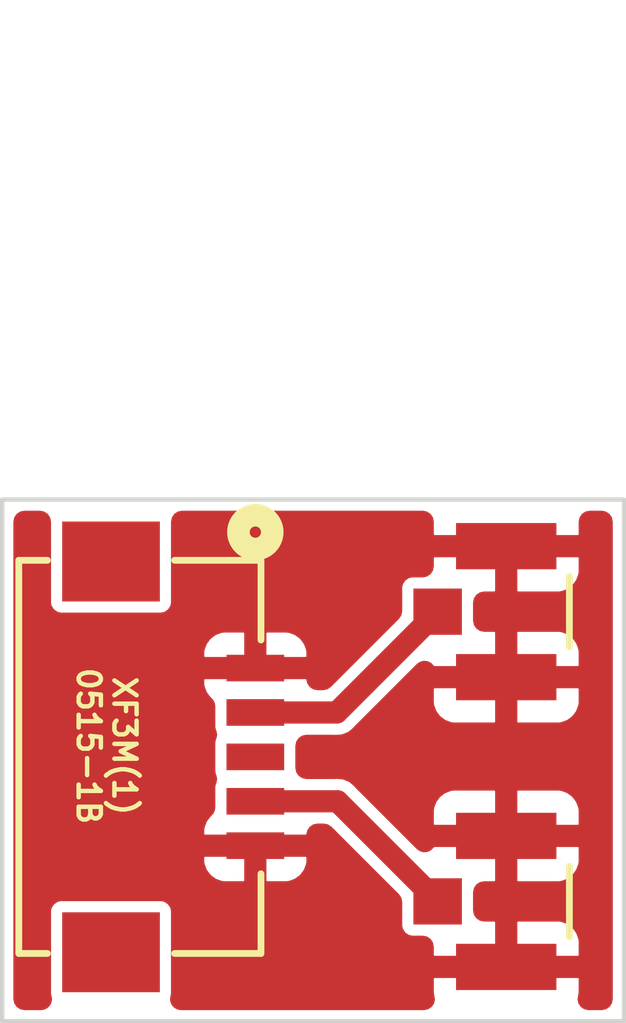
<source format=kicad_pcb>
(kicad_pcb (version 20221018) (generator pcbnew)
  (layers (0 "F.Cu" signal) (31 "B.Cu" signal) (34 "B.Paste" user) (35 "F.Paste" user) (36 "B.SilkS" user "B.Silkscreen") (37 "F.SilkS" user "F.Silkscreen") (38 "B.Mask" user) (39 "F.Mask" user) (44 "Edge.Cuts" user))
  (net 0 "")
  (net 1 "/SIG1")
  (net 2 "/GND")
  (footprint "Library:CONN_XF3M1-0515-1B_OMR" (layer "F.Cu") (at 135.549994 72.5288 -90)
    (fp_text reference "J1" hide)
    (fp_text value "XF3M10515-1B" hide)
    (fp_line (start -6.427002 -0.127) (end -6.427002 1.817261) (stroke (width 0.1524)) (layer "F.SilkS"))
    (fp_line (start -6.427002 4.682741) (end -6.427002 5.327) (stroke (width 0.1524)) (layer "F.SilkS"))
    (fp_line (start -6.427002 5.327) (end 2.427001 5.327) (stroke (width 0.1524)) (layer "F.SilkS"))
    (fp_line (start -4.632741 -0.127) (end -6.427002 -0.127) (stroke (width 0.1524)) (layer "F.SilkS"))
    (fp_line (start 2.427001 -0.127) (end 0.632741 -0.127) (stroke (width 0.1524)) (layer "F.SilkS"))
    (fp_line (start 2.427001 1.817261) (end 2.427001 -0.127) (stroke (width 0.1524)) (layer "F.SilkS"))
    (fp_line (start 2.427001 5.327) (end 2.427001 4.682741) (stroke (width 0.1524)) (layer "F.SilkS"))
    (fp_circle (center -7.062 0) (end -6.681 0) (stroke (width 0.508)) (fill none) (layer "F.SilkS"))
    (pad "1" smd rect (at -4.000001 0 270) (size 0.6 1.3) (layers "F.Cu" "F.Paste" "F.Mask") (net 2 "/GND"))
    (pad "2" smd rect (at -3.000001 0 270) (size 0.6 1.3) (layers "F.Cu" "F.Paste" "F.Mask") (net 1 "/SIG1"))
    (pad "3" smd rect (at -2 0 270) (size 0.6 1.3) (layers "F.Cu" "F.Paste" "F.Mask"))
    (pad "4" smd rect (at -0.999999 0 270) (size 0.6 1.3) (layers "F.Cu" "F.Paste" "F.Mask") (net 1 "/SIG1"))
    (pad "5" smd rect (at 0.000001 0 270) (size 0.6 1.3) (layers "F.Cu" "F.Paste" "F.Mask") (net 2 "/GND"))
    (pad "6" smd rect (at -6.4 3.250001 270) (size 1.8 2.2) (layers "F.Cu" "F.Paste" "F.Mask"))
    (pad "7" smd rect (at 2.4 3.250001 270) (size 1.8 2.2) (layers "F.Cu" "F.Paste" "F.Mask"))
  )
  (footprint "Library:CONN1_CONUFL_TEC" (layer "F.Cu") (at 141.200005 73.7834 -90)
    (fp_text reference "J4" hide)
    (fp_text value "CONUFL001-SMD-T" hide)
    (fp_line (start 0.794947 -1.4224) (end -0.794947 -1.4224) (stroke (width 0.1524)) (layer "F.SilkS"))
    (pad "1" smd rect (at 0 1.544599 270) (size 1.0414 1.0922) (layers "F.Cu" "F.Paste" "F.Mask") (net 1 "/SIG1"))
    (pad "2" smd rect (at -1.475001 0 270) (size 1.0414 2.2606) (layers "F.Cu" "F.Paste" "F.Mask") (net 2 "/GND"))
    (pad "3" smd rect (at 1.475001 0 270) (size 1.0414 2.2606) (layers "F.Cu" "F.Paste" "F.Mask") (net 2 "/GND"))
  )
  (footprint "Library:CONN1_CONUFL_TEC" (layer "F.Cu") (at 141.200005 67.258401 -90)
    (fp_text reference "J2" hide)
    (fp_text value "CONUFL001-SMD-T" hide)
    (fp_line (start 0.794947 -1.4224) (end -0.794947 -1.4224) (stroke (width 0.1524)) (layer "F.SilkS"))
    (pad "1" smd rect (at 0 1.544599 270) (size 1.0414 1.0922) (layers "F.Cu" "F.Paste" "F.Mask") (net 1 "/SIG1"))
    (pad "2" smd rect (at -1.475001 0 270) (size 1.0414 2.2606) (layers "F.Cu" "F.Paste" "F.Mask") (net 2 "/GND"))
    (pad "3" smd rect (at 1.475001 0 270) (size 1.0414 2.2606) (layers "F.Cu" "F.Paste" "F.Mask") (net 2 "/GND"))
  )
  (gr_poly (pts (xy 129.850005 64.7334) (xy 143.850005 64.7334) (xy 143.850005 76.4834) (xy 129.850005 76.4834)) (fill none) (layer "Edge.Cuts"))
  (gr_text "XF3M(1)\n0515-1B" (at 132.200005 70.2834 -90) (layer "F.SilkS") (effects (font (size 0.5 0.5) (thickness 0.1) bold)))
  (segment (start 137.385008 69.528799) (end 135.549994 69.528799) (width 0.5) (layer "F.Cu") (net 1))
  (segment (start 135.549994 71.528801) (end 137.400807 71.528801) (width 0.5) (layer "F.Cu") (net 1))
  (segment (start 139.655406 67.258401) (end 137.385008 69.528799) (width 0.5) (layer "F.Cu") (net 1))
  (segment (start 137.400807 71.528801) (end 139.655406 73.7834) (width 0.5) (layer "F.Cu") (net 1))
  (zone (net 2) (net_name "/GND") (layer "F.Cu") (connect_pads (clearance 0.25)) (min_thickness 0.5) (fill yes (thermal_gap 0.5) (thermal_bridge_width 0.5))
    (polygon (pts (xy 129.850005 53.4834) (xy 143.850005 53.4834) (xy 143.850005 76.4834) (xy 129.850005 76.4834)))
  )
)
</source>
